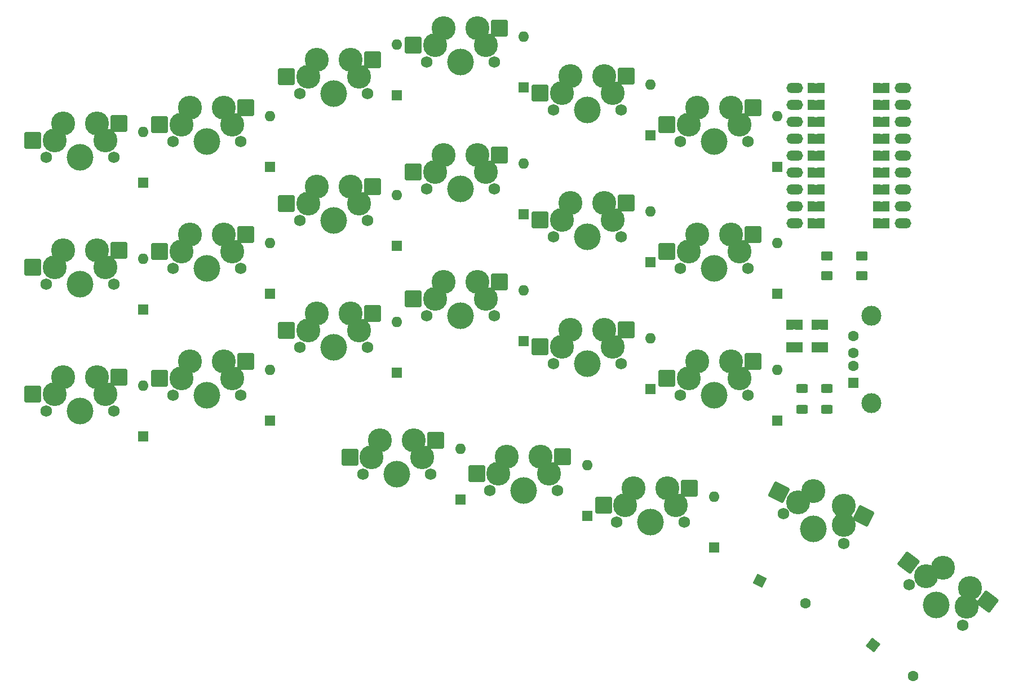
<source format=gbr>
%TF.GenerationSoftware,KiCad,Pcbnew,9.0.2*%
%TF.CreationDate,2025-07-01T22:27:43-10:00*%
%TF.ProjectId,jug,6a75672e-6b69-4636-9164-5f7063625858,rev?*%
%TF.SameCoordinates,Original*%
%TF.FileFunction,Soldermask,Bot*%
%TF.FilePolarity,Negative*%
%FSLAX46Y46*%
G04 Gerber Fmt 4.6, Leading zero omitted, Abs format (unit mm)*
G04 Created by KiCad (PCBNEW 9.0.2) date 2025-07-01 22:27:43*
%MOMM*%
%LPD*%
G01*
G04 APERTURE LIST*
G04 Aperture macros list*
%AMRoundRect*
0 Rectangle with rounded corners*
0 $1 Rounding radius*
0 $2 $3 $4 $5 $6 $7 $8 $9 X,Y pos of 4 corners*
0 Add a 4 corners polygon primitive as box body*
4,1,4,$2,$3,$4,$5,$6,$7,$8,$9,$2,$3,0*
0 Add four circle primitives for the rounded corners*
1,1,$1+$1,$2,$3*
1,1,$1+$1,$4,$5*
1,1,$1+$1,$6,$7*
1,1,$1+$1,$8,$9*
0 Add four rect primitives between the rounded corners*
20,1,$1+$1,$2,$3,$4,$5,0*
20,1,$1+$1,$4,$5,$6,$7,0*
20,1,$1+$1,$6,$7,$8,$9,0*
20,1,$1+$1,$8,$9,$2,$3,0*%
%AMHorizOval*
0 Thick line with rounded ends*
0 $1 width*
0 $2 $3 position (X,Y) of the first rounded end (center of the circle)*
0 $4 $5 position (X,Y) of the second rounded end (center of the circle)*
0 Add line between two ends*
20,1,$1,$2,$3,$4,$5,0*
0 Add two circle primitives to create the rounded ends*
1,1,$1,$2,$3*
1,1,$1,$4,$5*%
%AMRotRect*
0 Rectangle, with rotation*
0 The origin of the aperture is its center*
0 $1 length*
0 $2 width*
0 $3 Rotation angle, in degrees counterclockwise*
0 Add horizontal line*
21,1,$1,$2,0,0,$3*%
%AMFreePoly0*
4,1,6,0.150000,0.000000,0.650000,-0.750000,-0.500000,-0.750000,-0.500000,0.750000,0.650000,0.750000,0.150000,0.000000,0.150000,0.000000,$1*%
%AMFreePoly1*
4,1,6,0.500000,-0.750000,-0.500000,-0.750000,-1.000000,0.000000,-0.500000,0.750000,0.500000,0.750000,0.500000,-0.750000,0.500000,-0.750000,$1*%
%AMFreePoly2*
4,1,6,1.000000,0.000000,0.500000,-0.750000,-0.500000,-0.750000,-0.500000,0.750000,0.500000,0.750000,1.000000,0.000000,1.000000,0.000000,$1*%
%AMFreePoly3*
4,1,6,0.500000,-0.750000,-0.650000,-0.750000,-0.150000,0.000000,-0.650000,0.750000,0.500000,0.750000,0.500000,-0.750000,0.500000,-0.750000,$1*%
G04 Aperture macros list end*
%ADD10C,0.000000*%
%ADD11RoundRect,0.250000X-1.025000X-1.000000X1.025000X-1.000000X1.025000X1.000000X-1.025000X1.000000X0*%
%ADD12C,1.750000*%
%ADD13C,4.000000*%
%ADD14C,3.600000*%
%ADD15RotRect,1.600000X1.600000X142.250000*%
%ADD16RotRect,1.600000X1.600000X322.250000*%
%ADD17HorizOval,1.600000X0.000000X0.000000X0.000000X0.000000X0*%
%ADD18HorizOval,1.600000X0.000000X0.000000X0.000000X0.000000X0*%
%ADD19R,1.600000X1.600000*%
%ADD20O,1.600000X1.600000*%
%ADD21R,1.500000X1.600000*%
%ADD22C,1.600000*%
%ADD23C,3.000000*%
%ADD24RotRect,1.600000X1.600000X333.500000*%
%ADD25RotRect,1.600000X1.600000X153.500000*%
%ADD26HorizOval,1.600000X0.000000X0.000000X0.000000X0.000000X0*%
%ADD27HorizOval,1.600000X0.000000X0.000000X0.000000X0.000000X0*%
%ADD28FreePoly0,180.000000*%
%ADD29FreePoly1,0.000000*%
%ADD30O,2.500000X1.500000*%
%ADD31FreePoly0,0.000000*%
%ADD32FreePoly1,180.000000*%
%ADD33RoundRect,0.250000X-1.363506X-0.437582X0.471110X-1.352287X1.363506X0.437582X-0.471110X1.352287X0*%
%ADD34RoundRect,0.250000X-1.421196X-0.175576X0.210608X-1.416428X1.421196X0.175576X-0.210608X1.416428X0*%
%ADD35FreePoly2,0.000000*%
%ADD36FreePoly3,0.000000*%
%ADD37RoundRect,0.250001X0.624999X-0.462499X0.624999X0.462499X-0.624999X0.462499X-0.624999X-0.462499X0*%
%ADD38RoundRect,0.250000X-0.625000X0.400000X-0.625000X-0.400000X0.625000X-0.400000X0.625000X0.400000X0*%
G04 APERTURE END LIST*
%TO.C,U1*%
G36*
X183014393Y-68824798D02*
G01*
X185464393Y-68824798D01*
X185464393Y-70324798D01*
X183014393Y-70324798D01*
X183014393Y-68824798D01*
G37*
G36*
X183014393Y-71364798D02*
G01*
X185464393Y-71364798D01*
X185464393Y-72864798D01*
X183014393Y-72864798D01*
X183014393Y-71364798D01*
G37*
G36*
X183014393Y-73904798D02*
G01*
X185464393Y-73904798D01*
X185464393Y-75404798D01*
X183014393Y-75404798D01*
X183014393Y-73904798D01*
G37*
G36*
X183014393Y-76444798D02*
G01*
X185464393Y-76444798D01*
X185464393Y-77944798D01*
X183014393Y-77944798D01*
X183014393Y-76444798D01*
G37*
G36*
X183014393Y-78984798D02*
G01*
X185464393Y-78984798D01*
X185464393Y-80484798D01*
X183014393Y-80484798D01*
X183014393Y-78984798D01*
G37*
G36*
X183014393Y-81524798D02*
G01*
X185464393Y-81524798D01*
X185464393Y-83024798D01*
X183014393Y-83024798D01*
X183014393Y-81524798D01*
G37*
G36*
X183014393Y-84064798D02*
G01*
X185464393Y-84064798D01*
X185464393Y-85564798D01*
X183014393Y-85564798D01*
X183014393Y-84064798D01*
G37*
G36*
X183014393Y-86604798D02*
G01*
X185464393Y-86604798D01*
X185464393Y-88104798D01*
X183014393Y-88104798D01*
X183014393Y-86604798D01*
G37*
G36*
X183014393Y-89144798D02*
G01*
X185464393Y-89144798D01*
X185464393Y-90644798D01*
X183014393Y-90644798D01*
X183014393Y-89144798D01*
G37*
G36*
X192804393Y-68824798D02*
G01*
X195254393Y-68824798D01*
X195254393Y-70324798D01*
X192804393Y-70324798D01*
X192804393Y-68824798D01*
G37*
G36*
X192804393Y-71364798D02*
G01*
X195254393Y-71364798D01*
X195254393Y-72864798D01*
X192804393Y-72864798D01*
X192804393Y-71364798D01*
G37*
G36*
X192804393Y-73904798D02*
G01*
X195254393Y-73904798D01*
X195254393Y-75404798D01*
X192804393Y-75404798D01*
X192804393Y-73904798D01*
G37*
G36*
X192804393Y-76444798D02*
G01*
X195254393Y-76444798D01*
X195254393Y-77944798D01*
X192804393Y-77944798D01*
X192804393Y-76444798D01*
G37*
G36*
X192804393Y-78984798D02*
G01*
X195254393Y-78984798D01*
X195254393Y-80484798D01*
X192804393Y-80484798D01*
X192804393Y-78984798D01*
G37*
G36*
X192804393Y-81524798D02*
G01*
X195254393Y-81524798D01*
X195254393Y-83024798D01*
X192804393Y-83024798D01*
X192804393Y-81524798D01*
G37*
G36*
X192804393Y-84064798D02*
G01*
X195254393Y-84064798D01*
X195254393Y-85564798D01*
X192804393Y-85564798D01*
X192804393Y-84064798D01*
G37*
G36*
X192804393Y-86604798D02*
G01*
X195254393Y-86604798D01*
X195254393Y-88104798D01*
X192804393Y-88104798D01*
X192804393Y-86604798D01*
G37*
G36*
X192804393Y-89144798D02*
G01*
X195254393Y-89144798D01*
X195254393Y-90644798D01*
X192804393Y-90644798D01*
X192804393Y-89144798D01*
G37*
D10*
%TO.C,JP7*%
G36*
X182211392Y-109217597D02*
G01*
X179761392Y-109217597D01*
X179761392Y-107717597D01*
X182211392Y-107717597D01*
X182211392Y-109217597D01*
G37*
%TO.C,JP3*%
G36*
X182211392Y-105817598D02*
G01*
X179761392Y-105817598D01*
X179761392Y-104317598D01*
X182211392Y-104317598D01*
X182211392Y-105817598D01*
G37*
%TO.C,JP8*%
G36*
X186011392Y-109217597D02*
G01*
X183561392Y-109217597D01*
X183561392Y-107717597D01*
X186011392Y-107717597D01*
X186011392Y-109217597D01*
G37*
%TO.C,JP4*%
G36*
X186011391Y-105817598D02*
G01*
X183561391Y-105817598D01*
X183561391Y-104317598D01*
X186011391Y-104317598D01*
X186011391Y-105817598D01*
G37*
%TD*%
D11*
%TO.C,S21*%
X152304591Y-132179598D03*
D12*
X154309591Y-134719598D03*
D13*
X159389591Y-134719598D03*
D12*
X164469591Y-134719598D03*
D11*
X165231591Y-129639598D03*
D14*
X155579591Y-132179598D03*
X156849590Y-129639598D03*
X161929591Y-129639598D03*
X163199591Y-132179598D03*
%TD*%
D11*
%TO.C,S10*%
X123728991Y-82172299D03*
D12*
X125733991Y-84712299D03*
D13*
X130813991Y-84712299D03*
D12*
X135893991Y-84712299D03*
D11*
X136655991Y-79632299D03*
D14*
X127003991Y-82172299D03*
X128273990Y-79632299D03*
X133353991Y-79632299D03*
X134623991Y-82172299D03*
%TD*%
D11*
%TO.C,S11*%
X142779392Y-89316198D03*
D12*
X144784392Y-91856198D03*
D13*
X149864392Y-91856198D03*
D12*
X154944392Y-91856198D03*
D11*
X155706392Y-86776198D03*
D14*
X146054392Y-89316198D03*
X147324391Y-86776198D03*
X152404392Y-86776198D03*
X153674392Y-89316198D03*
%TD*%
D15*
%TO.C,D23*%
X192773864Y-153185051D03*
D16*
X192773864Y-153185051D03*
D17*
X198798919Y-157850147D03*
D18*
X198798919Y-157850147D03*
%TD*%
D11*
%TO.C,S17*%
X142779392Y-108366598D03*
D12*
X144784392Y-110906598D03*
D13*
X149864392Y-110906598D03*
D12*
X154944392Y-110906598D03*
D11*
X155706392Y-105826598D03*
D14*
X146054392Y-108366598D03*
X147324391Y-105826598D03*
X152404392Y-105826598D03*
X153674392Y-108366598D03*
%TD*%
D19*
%TO.C,D4*%
X140339191Y-69471899D03*
X140339191Y-69471899D03*
D20*
X140339191Y-61851899D03*
X140339191Y-61851899D03*
%TD*%
D19*
%TO.C,D19*%
X130813992Y-131385698D03*
X130813992Y-131385698D03*
D20*
X130813992Y-123765698D03*
X130813992Y-123765698D03*
%TD*%
D19*
%TO.C,D8*%
X102238392Y-100428797D03*
X102238392Y-100428797D03*
D20*
X102238392Y-92808797D03*
X102238392Y-92808797D03*
%TD*%
D11*
%TO.C,S19*%
X114203791Y-125035698D03*
D12*
X116208791Y-127575698D03*
D13*
X121288791Y-127575698D03*
D12*
X126368791Y-127575698D03*
D11*
X127130791Y-122495698D03*
D14*
X117478791Y-125035698D03*
X118748790Y-122495698D03*
X123828791Y-122495698D03*
X125098791Y-125035698D03*
%TD*%
D11*
%TO.C,S3*%
X104678591Y-67884498D03*
D12*
X106683591Y-70424498D03*
D13*
X111763591Y-70424498D03*
D12*
X116843591Y-70424498D03*
D11*
X117605591Y-65344498D03*
D14*
X107953591Y-67884498D03*
X109223590Y-65344498D03*
X114303591Y-65344498D03*
X115573591Y-67884498D03*
%TD*%
D11*
%TO.C,S1*%
X66577792Y-77409696D03*
D12*
X68582792Y-79949696D03*
D13*
X73662792Y-79949696D03*
D12*
X78742792Y-79949696D03*
D11*
X79504792Y-74869696D03*
D14*
X69852792Y-77409696D03*
X71122791Y-74869696D03*
X76202792Y-74869696D03*
X77472792Y-77409696D03*
%TD*%
D19*
%TO.C,D14*%
X102238391Y-119479198D03*
X102238391Y-119479198D03*
D20*
X102238391Y-111859198D03*
X102238391Y-111859198D03*
%TD*%
D19*
%TO.C,D5*%
X159389591Y-76615798D03*
X159389591Y-76615798D03*
D20*
X159389591Y-68995798D03*
X159389591Y-68995798D03*
%TD*%
D19*
%TO.C,D11*%
X159389591Y-95666198D03*
X159389591Y-95666198D03*
D20*
X159389591Y-88046198D03*
X159389591Y-88046198D03*
%TD*%
D19*
%TO.C,D13*%
X83187992Y-121860498D03*
X83187992Y-121860498D03*
D20*
X83187992Y-114240498D03*
X83187992Y-114240498D03*
%TD*%
D19*
%TO.C,D20*%
X149864392Y-133766998D03*
X149864392Y-133766998D03*
D20*
X149864392Y-126146998D03*
X149864392Y-126146998D03*
%TD*%
D19*
%TO.C,D2*%
X102238392Y-81378399D03*
X102238392Y-81378399D03*
D20*
X102238392Y-73758399D03*
X102238392Y-73758399D03*
%TD*%
D11*
%TO.C,S8*%
X85628192Y-94078799D03*
D12*
X87633192Y-96618799D03*
D13*
X92713192Y-96618799D03*
D12*
X97793192Y-96618799D03*
D11*
X98555192Y-91538799D03*
D14*
X88903192Y-94078799D03*
X90173191Y-91538799D03*
X95253192Y-91538799D03*
X96523192Y-94078799D03*
%TD*%
D19*
%TO.C,D9*%
X121288791Y-93284899D03*
X121288791Y-93284899D03*
D20*
X121288791Y-85664899D03*
X121288791Y-85664899D03*
%TD*%
D19*
%TO.C,D3*%
X121288792Y-70661398D03*
X121288792Y-70661398D03*
D20*
X121288792Y-63041398D03*
X121288792Y-63041398D03*
%TD*%
D21*
%TO.C,J1*%
X189826392Y-113817598D03*
D22*
X189826391Y-111317598D03*
X189826392Y-109317597D03*
X189826392Y-106817599D03*
D23*
X192536392Y-116887598D03*
X192536392Y-103747598D03*
%TD*%
D11*
%TO.C,S5*%
X142779393Y-70265798D03*
D12*
X144784393Y-72805798D03*
D13*
X149864393Y-72805798D03*
D12*
X154944393Y-72805798D03*
D11*
X155706393Y-67725798D03*
D14*
X146054393Y-70265798D03*
X147324392Y-67725798D03*
X152404393Y-67725798D03*
X153674393Y-70265798D03*
%TD*%
D11*
%TO.C,S6*%
X161829792Y-75028398D03*
D12*
X163834792Y-77568398D03*
D13*
X168914792Y-77568398D03*
D12*
X173994792Y-77568398D03*
D11*
X174756792Y-72488398D03*
D14*
X165104792Y-75028398D03*
X166374791Y-72488398D03*
X171454792Y-72488398D03*
X172724792Y-75028398D03*
%TD*%
D11*
%TO.C,S18*%
X161829792Y-113129198D03*
D12*
X163834792Y-115669198D03*
D13*
X168914792Y-115669198D03*
D12*
X173994792Y-115669198D03*
D11*
X174756792Y-110589198D03*
D14*
X165104792Y-113129198D03*
X166374791Y-110589198D03*
X171454792Y-110589198D03*
X172724792Y-113129198D03*
%TD*%
D11*
%TO.C,S20*%
X133254192Y-127416998D03*
D12*
X135259192Y-129956998D03*
D13*
X140339192Y-129956998D03*
D12*
X145419192Y-129956998D03*
D11*
X146181192Y-124876998D03*
D14*
X136529192Y-127416998D03*
X137799191Y-124876998D03*
X142879192Y-124876998D03*
X144149192Y-127416998D03*
%TD*%
D11*
%TO.C,S13*%
X66577792Y-115510498D03*
D12*
X68582792Y-118050498D03*
D13*
X73662792Y-118050498D03*
D12*
X78742792Y-118050498D03*
D11*
X79504792Y-112970498D03*
D14*
X69852792Y-115510498D03*
X71122791Y-112970498D03*
X76202792Y-112970498D03*
X77472792Y-115510498D03*
%TD*%
D24*
%TO.C,D22*%
X175776692Y-143517584D03*
D25*
X175776692Y-143517584D03*
D26*
X182596092Y-146917611D03*
D27*
X182596092Y-146917611D03*
%TD*%
D11*
%TO.C,S9*%
X104678592Y-86934898D03*
D12*
X106683592Y-89474898D03*
D13*
X111763592Y-89474898D03*
D12*
X116843592Y-89474898D03*
D11*
X117605592Y-84394898D03*
D14*
X107953592Y-86934898D03*
X109223591Y-84394898D03*
X114303592Y-84394898D03*
X115573592Y-86934898D03*
%TD*%
D19*
%TO.C,D12*%
X178439993Y-100428798D03*
X178439993Y-100428798D03*
D20*
X178439993Y-92808798D03*
X178439993Y-92808798D03*
%TD*%
D28*
%TO.C,U1*%
X184964393Y-69574798D03*
D29*
X194754393Y-69574798D03*
D30*
X197254393Y-69574798D03*
D28*
X184964393Y-72114798D03*
D29*
X194754393Y-72114798D03*
D30*
X197254393Y-72114798D03*
D28*
X184964393Y-74654798D03*
D29*
X194754393Y-74654798D03*
D30*
X197254393Y-74654798D03*
D28*
X184964393Y-77194798D03*
D29*
X194754393Y-77194798D03*
D30*
X197254393Y-77194798D03*
D28*
X184964393Y-79734798D03*
D29*
X194754393Y-79734798D03*
D30*
X197254393Y-79734798D03*
D28*
X184964393Y-82274798D03*
D29*
X194754393Y-82274798D03*
D30*
X197254393Y-82274798D03*
D28*
X184964393Y-84814798D03*
D29*
X194754393Y-84814798D03*
D30*
X197254393Y-84814798D03*
D28*
X184964393Y-87354798D03*
D29*
X194754393Y-87354798D03*
D30*
X197254393Y-87354798D03*
D28*
X184964393Y-89894798D03*
D29*
X194754393Y-89894798D03*
D30*
X197254393Y-89894798D03*
D31*
X193304393Y-89894798D03*
D30*
X181014393Y-89894798D03*
D32*
X183514393Y-89894798D03*
D31*
X193304393Y-87354798D03*
D30*
X181014393Y-87354798D03*
D32*
X183514393Y-87354798D03*
D31*
X193304393Y-84814798D03*
D30*
X181014393Y-84814798D03*
D32*
X183514393Y-84814798D03*
D31*
X193304393Y-82274798D03*
D30*
X181014393Y-82274798D03*
D32*
X183514393Y-82274798D03*
D31*
X193304393Y-79734798D03*
D30*
X181014393Y-79734798D03*
D32*
X183514393Y-79734798D03*
D31*
X193304393Y-77194798D03*
D30*
X181014393Y-77194798D03*
D32*
X183514393Y-77194798D03*
D31*
X193304393Y-74654798D03*
D30*
X181014393Y-74654798D03*
D32*
X183514393Y-74654798D03*
D31*
X193304393Y-72114798D03*
D30*
X181014393Y-72114798D03*
D32*
X183514393Y-72114798D03*
D31*
X193304393Y-69574798D03*
D30*
X181014393Y-69574798D03*
D32*
X183514393Y-69574798D03*
%TD*%
D19*
%TO.C,D15*%
X121288794Y-112335297D03*
X121288794Y-112335297D03*
D20*
X121288794Y-104715297D03*
X121288794Y-104715297D03*
%TD*%
D33*
%TO.C,S22*%
X178629124Y-130283153D03*
D12*
X179290125Y-133450913D03*
D13*
X183836392Y-135717598D03*
D12*
X188382659Y-137984283D03*
D33*
X191331283Y-133778019D03*
D14*
X181560035Y-131744451D03*
X183829943Y-130037989D03*
X188376210Y-132304674D03*
X188379434Y-135144477D03*
%TD*%
D11*
%TO.C,S2*%
X85628191Y-75028397D03*
D12*
X87633191Y-77568397D03*
D13*
X92713191Y-77568397D03*
D12*
X97793191Y-77568397D03*
D11*
X98555191Y-72488397D03*
D14*
X88903191Y-75028397D03*
X90173190Y-72488397D03*
X95253191Y-72488397D03*
X96523191Y-75028397D03*
%TD*%
D11*
%TO.C,S4*%
X123728993Y-63121899D03*
D12*
X125733993Y-65661899D03*
D13*
X130813993Y-65661899D03*
D12*
X135893993Y-65661899D03*
D11*
X136655993Y-60581899D03*
D14*
X127003993Y-63121899D03*
X128273992Y-60581899D03*
X133353993Y-60581899D03*
X134623993Y-63121899D03*
%TD*%
D19*
%TO.C,D10*%
X140339192Y-88522298D03*
X140339192Y-88522298D03*
D20*
X140339192Y-80902298D03*
X140339192Y-80902298D03*
%TD*%
D11*
%TO.C,S14*%
X85628193Y-113129199D03*
D12*
X87633193Y-115669199D03*
D13*
X92713193Y-115669199D03*
D12*
X97793193Y-115669199D03*
D11*
X98555193Y-110589199D03*
D14*
X88903193Y-113129199D03*
X90173192Y-110589199D03*
X95253193Y-110589199D03*
X96523193Y-113129199D03*
%TD*%
D11*
%TO.C,S7*%
X66577791Y-96460098D03*
D12*
X68582791Y-99000098D03*
D13*
X73662791Y-99000098D03*
D12*
X78742791Y-99000098D03*
D11*
X79504791Y-93920098D03*
D14*
X69852791Y-96460098D03*
X71122790Y-93920098D03*
X76202791Y-93920098D03*
X77472791Y-96460098D03*
%TD*%
D19*
%TO.C,D1*%
X83187992Y-83759699D03*
X83187992Y-83759699D03*
D20*
X83187992Y-76139699D03*
X83187992Y-76139699D03*
%TD*%
D11*
%TO.C,S15*%
X104678591Y-105985297D03*
D12*
X106683591Y-108525297D03*
D13*
X111763591Y-108525297D03*
D12*
X116843591Y-108525297D03*
D11*
X117605591Y-103445297D03*
D14*
X107953591Y-105985297D03*
X109223590Y-103445297D03*
X114303591Y-103445297D03*
X115573591Y-105985297D03*
%TD*%
D19*
%TO.C,D18*%
X178439991Y-119479198D03*
X178439991Y-119479198D03*
D20*
X178439991Y-111859198D03*
X178439991Y-111859198D03*
%TD*%
D34*
%TO.C,S23*%
X198134165Y-140857243D03*
D12*
X198192702Y-144092704D03*
D13*
X202236392Y-147167596D03*
D12*
X206280082Y-150242488D03*
D34*
X209961529Y-146660033D03*
D14*
X200741071Y-142839581D03*
X203289440Y-141586459D03*
X207333131Y-144661352D03*
X206806607Y-147451922D03*
%TD*%
D11*
%TO.C,S12*%
X161829792Y-94078798D03*
D12*
X163834792Y-96618798D03*
D13*
X168914792Y-96618798D03*
D12*
X173994792Y-96618798D03*
D11*
X174756792Y-91538798D03*
D14*
X165104792Y-94078798D03*
X166374791Y-91538798D03*
X171454792Y-91538798D03*
X172724792Y-94078798D03*
%TD*%
D19*
%TO.C,D6*%
X178439993Y-81378398D03*
X178439993Y-81378398D03*
D20*
X178439993Y-73758398D03*
X178439993Y-73758398D03*
%TD*%
D19*
%TO.C,D21*%
X168914791Y-138529597D03*
X168914791Y-138529597D03*
D20*
X168914791Y-130909597D03*
X168914791Y-130909597D03*
%TD*%
D19*
%TO.C,D17*%
X159389592Y-114716598D03*
X159389592Y-114716598D03*
D20*
X159389592Y-107096598D03*
X159389592Y-107096598D03*
%TD*%
D19*
%TO.C,D7*%
X83187993Y-102810097D03*
X83187993Y-102810097D03*
D20*
X83187993Y-95190097D03*
X83187993Y-95190097D03*
%TD*%
D11*
%TO.C,S16*%
X123728992Y-101222699D03*
D12*
X125733992Y-103762699D03*
D13*
X130813992Y-103762699D03*
D12*
X135893992Y-103762699D03*
D11*
X136655992Y-98682699D03*
D14*
X127003992Y-101222699D03*
X128273991Y-98682699D03*
X133353992Y-98682699D03*
X134623992Y-101222699D03*
%TD*%
D19*
%TO.C,D16*%
X140339192Y-107572698D03*
X140339192Y-107572698D03*
D20*
X140339192Y-99952698D03*
X140339192Y-99952698D03*
%TD*%
D35*
%TO.C,JP7*%
X180261392Y-108467597D03*
D36*
X181711392Y-108467597D03*
%TD*%
D35*
%TO.C,JP3*%
X180261392Y-105067598D03*
D36*
X181711392Y-105067598D03*
%TD*%
D37*
%TO.C,D26*%
X191114393Y-97732298D03*
X191114393Y-94757298D03*
%TD*%
D35*
%TO.C,JP8*%
X184061392Y-108467597D03*
D36*
X185511392Y-108467597D03*
%TD*%
D38*
%TO.C,R3*%
X182114393Y-114694797D03*
X182114393Y-117794799D03*
%TD*%
D35*
%TO.C,JP4*%
X184061391Y-105067598D03*
D36*
X185511391Y-105067598D03*
%TD*%
D38*
%TO.C,R1*%
X185864393Y-114694797D03*
X185864393Y-117794799D03*
%TD*%
D37*
%TO.C,D24*%
X185864393Y-97732298D03*
X185864393Y-94757298D03*
%TD*%
M02*

</source>
